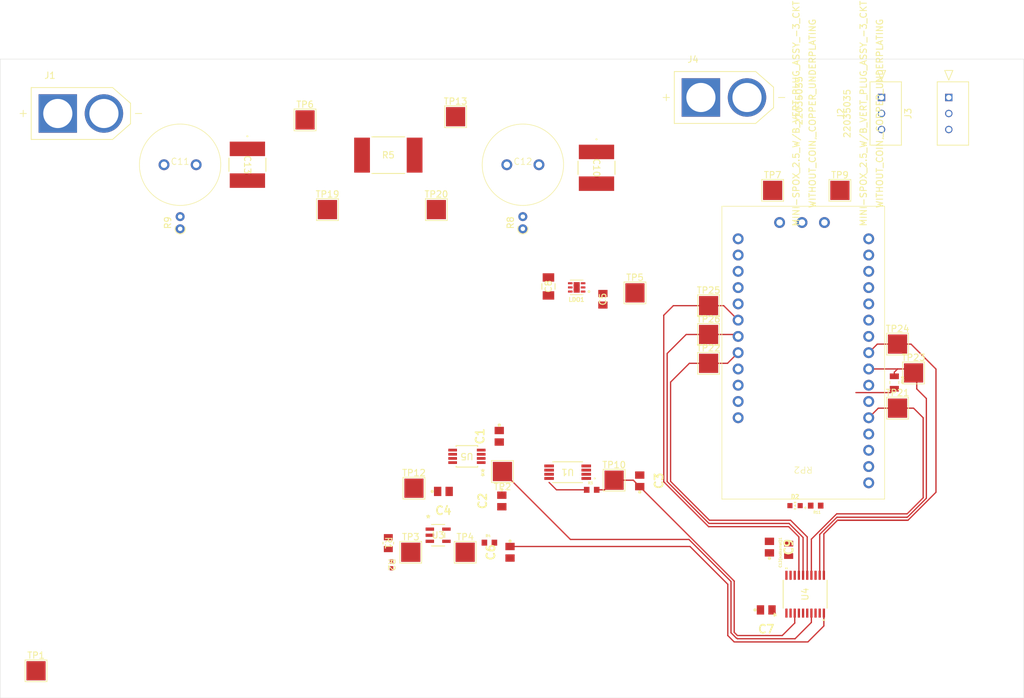
<source format=kicad_pcb>
(kicad_pcb (version 20240108) (generator "pcbnew") (generator_version "8.0")
  (layers (0 "F.Cu" signal) (31 "B.Cu" signal) (34 "B.Paste" user) (35 "F.Paste" user) (36 "B.SilkS" user "B.Silkscreen") (37 "F.SilkS" user "F.Silkscreen") (38 "B.Mask" user) (39 "F.Mask" user) (44 "Edge.Cuts" user))
  (net 0 "")
  (net 1 "+5V")
  (net 2 "GND")
  (net 3 "+1V65")
  (net 4 "/I_ADC")
  (net 5 "+3V3")
  (net 6 "/V_ADC")
  (net 7 "+48V")
  (net 8 "/SHUNT_OUT")
  (net 9 "Net-(U4-CAP)")
  (net 10 "/CAN_L")
  (net 11 "/CAN_H")
  (net 15 "Net-(U3-VIN+)")
  (net 16 "Net-(U1-OUT)")
  (net 17 "/OP_AMP")
  (net 18 "/CS")
  (net 19 "Net-(C11-Pad2)")
  (net 20 "Net-(C12-Pad2)")
  (net 21 "/MISO")
  (net 22 "/MOSI")
  (net 23 "/GPIO_RESET")
  (net 24 "/GPIO_CLKIN")
  (net 25 "/SCK")
  (net 35 "Net-(D2-Pad2)")
  (footprint "SMV_Connectors:AMASS_XT60-M" (layer "F.Cu") (at 134.4 37.5)
    (property "Reference" "J4" (at -4.825 -5.935 0) (layer "F.SilkS"))
    (property "Value" "XT60-M")
    (pad "N" thru_hole circle (at 3.6 0) (size 6 6) (drill 4.55) (layers "*.Cu" "*.Mask") (net 8 "/SHUNT_OUT"))
    (pad "P" thru_hole rect (at -3.6 0) (size 6 6) (drill 4.55) (layers "*.Cu" "*.Mask") (net 2 "GND"))
  )
  (footprint "SMV_Passives:Big_Chunky_Cap" (layer "F.Cu") (at 103.00825 48)
    (property "Reference" "C12" (at 0 -0.5 0) (layer "F.SilkS") (effects (font (thickness 0.1))))
    (property "Value" "470uF, 63V")
    (pad "3" thru_hole circle (at 2.50825 0) (size 1.7 1.7) (drill 1) (layers "*.Cu" "*.Mask"))
    (pad "4" thru_hole circle (at -2.50825 0) (size 1.7 1.7) (drill 1) (layers "*.Cu" "*.Mask"))
  )
  (footprint "SMV_Passives:CAP_C2220C_2S_KEM" (layer "F.Cu") (at 114.5 48.4765 -90)
    (property "Reference" "C10" (at 0 0 -90) (layer "F.SilkS"))
    (property "Value" "4.7uF, 100V")
    (pad "1" smd rect (at -2.4765 0 270) (size 2.2606 5.5118) (layers "F.Cu" "F.Paste" "F.Mask") (net 8 "/SHUNT_OUT"))
    (pad "2" smd rect (at 2.4765 0 270) (size 2.2606 5.5118) (layers "F.Cu" "F.Paste" "F.Mask") (net 2 "GND"))
  )
  (footprint "SMV_Passives:Cap0805" (layer "F.Cu") (at 90.6 99)
    (property "Reference" "C4" (at 0 3 0) (layer "F.SilkS") (effects (font (size 1.27 1.27) (thickness 0.254))))
    (property "Value" "1uF,50V" (hide yes))
    (pad "1" smd rect (at -0.9 0) (size 1.15 1.45) (layers "F.Cu" "F.Paste" "F.Mask") (net 5 "+3V3"))
    (pad "2" smd rect (at 0.9 0) (size 1.15 1.45) (layers "F.Cu" "F.Paste" "F.Mask") (net 2 "GND"))
  )
  (footprint "SMV_Connectors:RP2040" (layer "F.Cu") (at 146.586 79.88 180)
    (property "Reference" "RP2" (at -0.1905 -15.74 180) (layer "F.SilkS") (effects (font (thickness 0.1))))
    (property "Value" "~")
    (pad "1" thru_hole circle (at 9.9695 -7.62 180) (size 1.7 1.7) (drill 1) (layers "*.Cu" "*.Mask"))
    (pad "2" thru_hole circle (at 9.9695 -5.08 180) (size 1.7 1.7) (drill 1) (layers "*.Cu" "*.Mask") (net 1 "+5V"))
    (pad "3" thru_hole circle (at 9.9695 -2.54 180) (size 1.7 1.7) (drill 1) (layers "*.Cu" "*.Mask"))
    (pad "4" thru_hole circle (at 9.9695 0 180) (size 1.7 1.7) (drill 1) (layers "*.Cu" "*.Mask"))
    (pad "5" thru_hole circle (at 9.9695 2.54 180) (size 1.7 1.7) (drill 1) (layers "*.Cu" "*.Mask") (net 21 "/MISO"))
    (pad "6" thru_hole circle (at 9.9695 5.08 180) (size 1.7 1.7) (drill 1) (layers "*.Cu" "*.Mask") (net 22 "/MOSI"))
    (pad "7" thru_hole circle (at 9.9695 7.62 180) (size 1.7 1.7) (drill 1) (layers "*.Cu" "*.Mask") (net 24 "/GPIO_CLKIN"))
    (pad "8" thru_hole circle (at 9.9695 10.16 180) (size 1.7 1.7) (drill 1) (layers "*.Cu" "*.Mask"))
    (pad "9" thru_hole circle (at 9.9695 12.7 180) (size 1.7 1.7) (drill 1) (layers "*.Cu" "*.Mask"))
    (pad "10" thru_hole circle (at 9.9695 15.24 180) (size 1.7 1.7) (drill 1) (layers "*.Cu" "*.Mask"))
    (pad "11" thru_hole circle (at 9.9695 17.78 180) (size 1.7 1.7) (drill 1) (layers "*.Cu" "*.Mask"))
    (pad "12" thru_hole circle (at 9.9695 20.32 180) (size 1.7 1.7) (drill 1) (layers "*.Cu" "*.Mask"))
    (pad "13" thru_hole circle (at -10.414 20.32 180) (size 1.7 1.7) (drill 1) (layers "*.Cu" "*.Mask"))
    (pad "14" thru_hole circle (at -10.414 17.78 180) (size 1.7 1.7) (drill 1) (layers "*.Cu" "*.Mask"))
    (pad "15" thru_hole circle (at -10.414 15.24 180) (size 1.7 1.7) (drill 1) (layers "*.Cu" "*.Mask"))
    (pad "16" thru_hole circle (at -10.414 12.7 180) (size 1.7 1.7) (drill 1) (layers "*.Cu" "*.Mask"))
    (pad "17" thru_hole circle (at -10.414 10.16 180) (size 1.7 1.7) (drill 1) (layers "*.Cu" "*.Mask"))
    (pad "18" thru_hole circle (at -10.414 7.62 180) (size 1.7 1.7) (drill 1) (layers "*.Cu" "*.Mask"))
    (pad "19" thru_hole circle (at -10.414 5.08 180) (size 1.7 1.7) (drill 1) (layers "*.Cu" "*.Mask"))
    (pad "20" thru_hole circle (at -10.414 2.54 180) (size 1.7 1.7) (drill 1) (layers "*.Cu" "*.Mask") (net 23 "/GPIO_RESET"))
    (pad "21" thru_hole circle (at -10.414 0 180) (size 1.7 1.7) (drill 1) (layers "*.Cu" "*.Mask") (net 18 "/CS"))
    (pad "22" thru_hole circle (at -10.414 -2.54 180) (size 1.7 1.7) (drill 1) (layers "*.Cu" "*.Mask"))
    (pad "23" thru_hole circle (at -10.414 -5.08 180) (size 1.7 1.7) (drill 1) (layers "*.Cu" "*.Mask"))
    (pad "24" thru_hole circle (at -10.414 -7.62 180) (size 1.7 1.7) (drill 1) (layers "*.Cu" "*.Mask") (net 25 "/SCK"))
    (pad "25" thru_hole circle (at -10.414 -10.16 180) (size 1.7 1.7) (drill 1) (layers "*.Cu" "*.Mask") (net 2 "GND"))
    (pad "26" thru_hole circle (at -10.414 -12.7 180) (size 1.7 1.7) (drill 1) (layers "*.Cu" "*.Mask") (net 5 "+3V3"))
    (pad "27" thru_hole circle (at -10.414 -15.24 180) (size 1.7 1.7) (drill 1) (layers "*.Cu" "*.Mask") (net 5 "+3V3"))
    (pad "28" thru_hole circle (at -10.414 -17.78 180) (size 1.7 1.7) (drill 1) (layers "*.Cu" "*.Mask"))
    (pad "29" thru_hole circle (at 3.5 22.86 180) (size 1.7 1.7) (drill 1) (layers "*.Cu" "*.Mask") (net 10 "/CAN_L"))
    (pad "30" thru_hole circle (at 0 22.86 180) (size 1.7 1.7) (drill 1) (layers "*.Cu" "*.Mask") (net 2 "GND"))
    (pad "31" thru_hole circle (at -3.5 22.86 180) (size 1.7 1.7) (drill 1) (layers "*.Cu" "*.Mask") (net 11 "/CAN_H"))
  )
  (footprint "TestPoint:TestPoint_Pad_3.0x3.0mm" (layer "F.Cu") (at 89.5 55)
    (property "Reference" "TP20" (at 0 -2.398 0) (layer "F.SilkS"))
    (property "Value" "TestPoint")
    (pad "1" smd rect (at 0 0) (size 3 3) (layers "F.Cu" "F.Mask") (net 8 "/SHUNT_OUT"))
  )
  (footprint "TestPoint:TestPoint_Pad_3.0x3.0mm" (layer "F.Cu") (at 117.25 97.25)
    (property "Reference" "TP10" (at 0 -2.398 0) (layer "F.SilkS"))
    (property "Value" "TestPoint")
    (pad "1" smd rect (at 0 0) (size 3 3) (layers "F.Cu" "F.Mask") (net 4 "/I_ADC"))
  )
  (footprint "SMV_Passives:WL-SMCW_0603(diode)" (layer "F.Cu") (at 145.5 101.22)
    (property "Reference" "D2" (at 0 -1.4064 0) (layer "F.SilkS") (effects (font (size 0.64 0.64))))
    (property "Value" "WL-SMCW_0603")
    (fp_text user "+" (at 1.6 0.3 0) (layer "F.SilkS") (effects (font (size 0.48 0.48))))
    (pad "1" smd rect (at -0.8 0) (size 0.8 0.8) (layers "F.Cu" "F.Paste" "F.Mask") (net 2 "GND"))
    (pad "2" smd rect (at 0.8 0) (size 0.8 0.8) (layers "F.Cu" "F.Paste" "F.Mask") (net 35 "Net-(D2-Pad2)"))
  )
  (footprint "SMV_Passives:RESC1608X55N" (layer "F.Cu") (at 97.78 107)
    (property "Reference" "R4" (at -0.21 -1.05 0) (layer "F.SilkS") (effects (font (size 0.393701 0.393701))))
    (property "Value" "49.9ohm, 0.1W")
    (pad "1" smd rect (at -0.78 0) (size 0.87 0.93) (layers "F.Cu" "F.Paste" "F.Mask") (net 17 "/OP_AMP"))
    (pad "2" smd rect (at 0.78 0) (size 0.87 0.93) (layers "F.Cu" "F.Paste" "F.Mask") (net 6 "/V_ADC"))
  )
  (footprint "SMV_Passives:RES_TNPW0805_VIS" (layer "F.Cu") (at 82 107.0729 -90)
    (property "Reference" "R1" (at 0 0 -90) (layer "F.SilkS"))
    (property "Value" "604 kOHM, 0.26 W")
    (pad "1" smd rect (at -0.9271 0 270) (size 0.9652 1.397) (layers "F.Cu" "F.Paste" "F.Mask") (net 7 "+48V"))
    (pad "2" smd rect (at 0.9271 0 270) (size 0.9652 1.397) (layers "F.Cu" "F.Paste" "F.Mask") (net 15 "Net-(U3-VIN+)"))
  )
  (footprint "TestPoint:TestPoint_Pad_3.0x3.0mm" (layer "F.Cu") (at 132 79)
    (property "Reference" "TP22" (at 0 -2.398 0) (layer "F.SilkS"))
    (property "Value" "TestPoint")
    (pad "1" smd rect (at 0 0) (size 3 3) (layers "F.Cu" "F.Mask") (net 21 "/MISO"))
  )
  (footprint "SMV_Passives:RES_PU3921_.5mOHM_YAG" (layer "F.Cu") (at 82 46.5)
    (property "Reference" "R5" (at 0 0 0) (layer "F.SilkS"))
    (property "Value" "0.0005ohm, 3W")
    (pad "1" smd rect (at -4.1021 0) (size 2.4638 5.461) (layers "F.Cu" "F.Paste" "F.Mask") (net 7 "+48V"))
    (pad "2" smd rect (at 4.1021 0) (size 2.4638 5.461) (layers "F.Cu" "F.Paste" "F.Mask") (net 8 "/SHUNT_OUT"))
  )
  (footprint "SMV_Passives:0805RESC2012X60N" (layer "F.Cu") (at 144.500002 108.1245 90)
    (property "Reference" "C12(notkemet)1" (at -0.41 -1.3 90) (layer "F.SilkS") (effects (font (size 0.393701 0.393701))))
    (property "Value" "220nF, 6.3V")
    (pad "1" smd rect (at -0.97 0 90) (size 0.89 1.42) (layers "F.Cu" "F.Paste" "F.Mask") (net 9 "Net-(U4-CAP)"))
    (pad "2" smd rect (at 0.97 0 90) (size 0.89 1.42) (layers "F.Cu" "F.Paste" "F.Mask") (net 2 "GND"))
  )
  (footprint "TestPoint:TestPoint_Pad_3.0x3.0mm" (layer "F.Cu") (at 94 108.5)
    (property "Reference" "TP4" (at 0 -2.398 0) (layer "F.SilkS"))
    (property "Value" "TestPoint")
    (pad "1" smd rect (at 0 0) (size 3 3) (layers "F.Cu" "F.Mask") (net 17 "/OP_AMP"))
  )
  (footprint "Resistor_THT:R_Axial_DIN0204_L3.6mm_D1.6mm_P1.90mm_Vertical" (layer "F.Cu") (at 49.5 58 90)
    (property "Reference" "R9" (at 0.95 -1.92 90) (layer "F.SilkS"))
    (property "Value" "R_US")
    (pad "1" thru_hole circle (at 0 0 90) (size 1.4 1.4) (drill 0.7) (layers "*.Cu" "*.Mask") (net 2 "GND"))
    (pad "2" thru_hole oval (at 1.9 0 90) (size 1.4 1.4) (drill 0.7) (layers "*.Cu" "*.Mask") (net 20 "Net-(C12-Pad2)"))
  )
  (footprint "SMV_Passives:Big_Chunky_Cap" (layer "F.Cu") (at 49.49175 48)
    (property "Reference" "C11" (at 0 -0.5 0) (layer "F.SilkS") (effects (font (thickness 0.1))))
    (property "Value" "470uF, 63V")
    (pad "3" thru_hole circle (at 2.50825 0) (size 1.7 1.7) (drill 1) (layers "*.Cu" "*.Mask"))
    (pad "4" thru_hole circle (at -2.50825 0) (size 1.7 1.7) (drill 1) (layers "*.Cu" "*.Mask"))
  )
  (footprint "Resistor_THT:R_Axial_DIN0204_L3.6mm_D1.6mm_P1.90mm_Vertical" (layer "F.Cu") (at 103 58 90)
    (property "Reference" "R8" (at 0.95 -1.92 90) (layer "F.SilkS"))
    (property "Value" "R_US")
    (pad "1" thru_hole circle (at 0 0 90) (size 1.4 1.4) (drill 0.7) (layers "*.Cu" "*.Mask") (net 2 "GND"))
    (pad "2" thru_hole oval (at 1.9 0 90) (size 1.4 1.4) (drill 0.7) (layers "*.Cu" "*.Mask") (net 19 "Net-(C11-Pad2)"))
  )
  (footprint "SMV_Connectors:3pin_CON_22035035_MOL" (layer "F.Cu") (at 169.5 37.5 90)
    (property "Reference" "J3" (at -2.49999 -6.35 90) (layer "F.SilkS"))
    (property "Value" "22035035")
    (fp_text user "22035035" (at -2.49999 -15.860001 90) (layer "F.SilkS"))
    (fp_text user "WITHOUT_COIN,_COPPER_UNDERPLATING" (at -2.49999 -10.780001 90) (layer "F.SilkS"))
    (fp_text user "MINI-SPOX_2.5_W/B_VERT_PLUG_ASSY_-3_CKT" (at -2.49999 -13.320001 90) (layer "F.SilkS"))
    (pad "1" thru_hole rect (at 0 0 90) (size 1.15 1.15) (drill 0.8) (layers "*.Cu" "*.Mask") (net 11 "/CAN_H"))
    (pad "2" thru_hole circle (at -2.5 0 90) (size 1.15 1.15) (drill 0.8) (layers "*.Cu" "*.Mask") (net 2 "GND"))
    (pad "3" thru_hole circle (at -5 0 90) (size 1.15 1.15) (drill 0.8) (layers "*.Cu" "*.Mask") (net 10 "/CAN_L"))
  )
  (footprint "TestPoint:TestPoint_Pad_3.0x3.0mm" (layer "F.Cu") (at 69 41)
    (property "Reference" "TP6" (at 0 -2.398 0) (layer "F.SilkS"))
    (property "Value" "TestPoint")
    (pad "1" smd rect (at 0 0) (size 3 3) (layers "F.Cu" "F.Mask") (net 7 "+48V"))
  )
  (footprint "SMV_Connectors:3pin_CON_22035035_MOL" (layer "F.Cu") (at 159 37.5 90)
    (property "Reference" "J2" (at -2.49999 -6.35 90) (layer "F.SilkS"))
    (property "Value" "22035035")
    (fp_text user "22035035" (at -0.49999 -12.860001 90) (layer "F.SilkS"))
    (fp_text user "MINI-SPOX_2.5_W/B_VERT_PLUG_ASSY_-3_CKT" (at -2.49999 -13.320001 90) (layer "F.SilkS"))
    (fp_text user "WITHOUT_COIN,_COPPER_UNDERPLATING" (at -2.49999 -10.780001 90) (layer "F.SilkS"))
    (pad "1" thru_hole rect (at 0 0 90) (size 1.15 1.15) (drill 0.8) (layers "*.Cu" "*.Mask") (net 11 "/CAN_H"))
    (pad "2" thru_hole circle (at -2.5 0 90) (size 1.15 1.15) (drill 0.8) (layers "*.Cu" "*.Mask") (net 2 "GND"))
    (pad "3" thru_hole circle (at -5 0 90) (size 1.15 1.15) (drill 0.8) (layers "*.Cu" "*.Mask") (net 10 "/CAN_L"))
  )
  (footprint "SMV_Passives:Cap0805" (layer "F.Cu") (at 101 108.5 -90)
    (property "Reference" "C6" (at 0 3 90) (layer "F.SilkS") (effects (font (size 1.27 1.27) (thickness 0.254))))
    (property "Value" "4.7uF,16V" (hide yes))
    (pad "1" smd rect (at -0.9 0 270) (size 1.15 1.45) (layers "F.Cu" "F.Paste" "F.Mask") (net 6 "/V_ADC"))
    (pad "2" smd rect (at 0.9 0 270) (size 1.15 1.45) (layers "F.Cu" "F.Paste" "F.Mask") (net 2 "GND"))
  )
  (footprint "TestPoint:TestPoint_Pad_3.0x3.0mm" (layer "F.Cu") (at 99.8188 95.890002 180)
    (property "Reference" "TP2" (at 0 -2.398 0) (layer "F.SilkS"))
    (property "Value" "TestPoint")
    (pad "1" smd rect (at 0 0 180) (size 3 3) (layers "F.Cu" "F.Mask") (net 3 "+1V65"))
  )
  (footprint "SMV_ICs:MSOP-8_MS_LIT" (layer "F.Cu") (at 94.27115 93.525001 180)
    (property "Reference" "U5" (at 0 0 180) (layer "F.SilkS"))
    (property "Value" "LTC1258CMS8-5-PBF")
    (fp_text user "*" (at -2.48285 -2.5498 180) (layer "F.SilkS"))
    (fp_text user "*" (at -2.48285 -2.5498 0) (layer "F.SilkS"))
    (pad "1" smd rect (at -2.22885 -0.974999 180) (size 1.3589 0.4318) (layers "F.Cu" "F.Paste" "F.Mask") (net 3 "+1V65"))
    (pad "2" smd rect (at -2.22885 -0.325001 180) (size 1.3589 0.4318) (layers "F.Cu" "F.Paste" "F.Mask") (net 1 "+5V"))
    (pad "3" smd rect (at -2.22885 0.325001 180) (size 1.3589 0.4318) (layers "F.Cu" "F.Paste" "F.Mask"))
    (pad "4" smd rect (at -2.22885 0.974999 180) (size 1.3589 0.4318) (layers "F.Cu" "F.Paste" "F.Mask") (net 2 "GND"))
    (pad "5" smd rect (at 2.22885 0.974999 180) (size 1.3589 0.4318) (layers "F.Cu" "F.Paste" "F.Mask"))
    (pad "6" smd rect (at 2.22885 0.325001 180) (size 1.3589 0.4318) (layers "F.Cu" "F.Paste" "F.Mask"))
    (pad "7" smd rect (at 2.22885 -0.325001 180) (size 1.3589 0.4318) (layers "F.Cu" "F.Paste" "F.Mask"))
    (pad "8" smd rect (at 2.22885 -0.974999 180) (size 1.3589 0.4318) (layers "F.Cu" "F.Paste" "F.Mask"))
  )
  (footprint "SMV_Passives:0805RESC2012X60N" (layer "F.Cu") (at 161 82 -90)
    (property "Reference" "R10" (at -0.41 -1.3 90) (layer "F.SilkS") (effects (font (size 0.393701 0.393701))))
    (property "Value" "10kohms, 0.125W")
    (pad "1" smd rect (at -0.97 0 270) (size 0.89 1.42) (layers "F.Cu" "F.Paste" "F.Mask") (net 18 "/CS"))
    (pad "2" smd rect (at 0.97 0 270) (size 0.89 1.42) (layers "F.Cu" "F.Paste" "F.Mask") (net 5 "+3V3"))
  )
  (footprint "TestPoint:TestPoint_Pad_3.0x3.0mm" (layer "F.Cu") (at 120.5 68)
    (property "Reference" "TP5" (at 0 -2.398 0) (layer "F.SilkS"))
    (property "Value" "TestPoint")
    (pad "1" smd rect (at 0 0) (size 3 3) (layers "F.Cu" "F.Mask") (net 1 "+5V"))
  )
  (footprint "TestPoint:TestPoint_Pad_3.0x3.0mm" (layer "F.Cu") (at 161.5 86)
    (property "Reference" "TP21" (at 0 -2.398 0) (layer "F.SilkS"))
    (property "Value" "TestPoint")
    (pad "1" smd rect (at 0 0) (size 3 3) (layers "F.Cu" "F.Mask") (net 25 "/SCK"))
  )
  (footprint "SMV_Passives:CAP_8PACTU" (layer "F.Cu") (at 115.5 69 90)
    (property "Reference" "C5" (at 0 0 90) (layer "F.SilkS"))
    (property "Value" "10uF, 10V")
    (pad "1" smd rect (at -0.9017 0 90) (size 1.1176 1.4478) (layers "F.Cu" "F.Paste" "F.Mask") (net 2 "GND"))
    (pad "2" smd rect (at 0.9017 0 90) (size 1.1176 1.4478) (layers "F.Cu" "F.Paste" "F.Mask") (net 1 "+5V"))
  )
  (footprint "SMV_Passives:Cap0805" (layer "F.Cu") (at 141 117.5)
    (property "Reference" "C7" (at 0 3 0) (layer "F.SilkS") (effects (font (size 1.27 1.27) (thickness 0.254))))
    (property "Value" "1uF,16V" (hide yes))
    (pad "1" smd rect (at -0.9 0) (size 1.15 1.45) (layers "F.Cu" "F.Paste" "F.Mask") (net 2 "GND"))
    (pad "2" smd rect (at 0.9 0) (size 1.15 1.45) (layers "F.Cu" "F.Paste" "F.Mask") (net 5 "+3V3"))
  )
  (footprint "SMV_ICs:TSSOP20_PW_TEX" (layer "F.Cu") (at 147.075002 115.04725 90)
    (property "Reference" "U4" (at 0 0 90) (layer "F.SilkS"))
    (property "Value" "PADS131M04QPWRQ1")
    (fp_text user "*" (at -3.20675 -4.423601 90) (layer "F.SilkS"))
    (fp_text user "*" (at -3.20675 -4.423601 90) (layer "F.SilkS"))
    (pad "1" smd rect (at -2.95275 -2.925 90) (size 1.4097 0.3556) (layers "F.Cu" "F.Paste" "F.Mask") (net 5 "+3V3"))
    (pad "2" smd rect (at -2.95275 -2.274999 90) (size 1.4097 0.3556) (layers "F.Cu" "F.Paste" "F.Mask") (net 2 "GND"))
    (pad "3" smd rect (at -2.95275 -1.625001 90) (size 1.4097 0.3556) (layers "F.Cu" "F.Paste" "F.Mask") (net 4 "/I_ADC"))
    (pad "4" smd rect (at -2.95275 -0.974999 90) (size 1.4097 0.3556) (layers "F.Cu" "F.Paste" "F.Mask") (net 2 "GND"))
    (pad "5" smd rect (at -2.95275 -0.325001 90) (size 1.4097 0.3556) (layers "F.Cu" "F.Paste" "F.Mask"))
    (pad "6" smd rect (at -2.95275 0.324998 90) (size 1.4097 0.3556) (layers "F.Cu" "F.Paste" "F.Mask"))
    (pad "7" smd rect (at -2.95275 0.974999 90) (size 1.4097 0.3556) (layers "F.Cu" "F.Paste" "F.Mask") (net 3 "+1V65"))
    (pad "8" smd rect (at -2.95275 1.624998 90) (size 1.4097 0.3556) (layers "F.Cu" "F.Paste" "F.Mask") (net 2 "GND"))
    (pad "9" smd rect (at -2.95275 2.274999 90) (size 1.4097 0.3556) (layers "F.Cu" "F.Paste" "F.Mask") (net 2 "GND"))
    (pad "10" smd rect (at -2.95275 2.924998 90) (size 1.4097 0.3556) (layers "F.Cu" "F.Paste" "F.Mask") (net 6 "/V_ADC"))
    (pad "11" smd rect (at 2.95275 2.925 90) (size 1.4097 0.3556) (layers "F.Cu" "F.Paste" "F.Mask") (net 23 "/GPIO_RESET"))
    (pad "12" smd rect (at 2.95275 2.275002 90) (size 1.4097 0.3556) (layers "F.Cu" "F.Paste" "F.Mask") (net 18 "/CS"))
    (pad "13" smd rect (at 2.95275 1.625001 90) (size 1.4097 0.3556) (layers "F.Cu" "F.Paste" "F.Mask"))
    (pad "14" smd rect (at 2.95275 0.975002 90) (size 1.4097 0.3556) (layers "F.Cu" "F.Paste" "F.Mask") (net 25 "/SCK"))
    (pad "15" smd rect (at 2.95275 0.325001 90) (size 1.4097 0.3556) (layers "F.Cu" "F.Paste" "F.Mask") (net 21 "/MISO"))
    (pad "16" smd rect (at 2.95275 -0.324998 90) (size 1.4097 0.3556) (layers "F.Cu" "F.Paste" "F.Mask") (net 22 "/MOSI"))
    (pad "17" smd rect (at 2.95275 -0.974999 90) (size 1.4097 0.3556) (layers "F.Cu" "F.Paste" "F.Mask") (net 24 "/GPIO_CLKIN"))
    (pad "18" smd rect (at 2.95275 -1.624998 90) (size 1.4097 0.3556) (layers "F.Cu" "F.Paste" "F.Mask") (net 9 "Net-(U4-CAP)"))
    (pad "19" smd rect (at 2.95275 -2.274999 90) (size 1.4097 0.3556) (layers "F.Cu" "F.Paste" "F.Mask") (net 2 "GND"))
    (pad "20" smd rect (at 2.95275 -2.924998 90) (size 1.4097 0.3556) (layers "F.Cu" "F.Paste" "F.Mask") (net 5 "+3V3"))
  )
  (footprint "SMV_ICs:PW0008A_N_TEX" (layer "F.Cu") (at 110 96 180)
    (property "Reference" "U1" (at 0 0 180) (layer "F.SilkS"))
    (property "Value" "INA240A1PWR")
    (pad "1" smd rect (at -2.899999 -0.974999 180) (size 1.4986 0.4572) (layers "F.Cu" "F.Paste" "F.Mask"))
    (pad "2" smd rect (at -2.899999 -0.325001 180) (size 1.4986 0.4572) (layers "F.Cu" "F.Paste" "F.Mask") (net 7 "+48V"))
    (pad "3" smd rect (at -2.899999 0.325001 180) (size 1.4986 0.4572) (layers "F.Cu" "F.Paste" "F.Mask") (net 8 "/SHUNT_OUT"))
    (pad "4" smd rect (at -2.899999 0.974999 180) (size 1.4986 0.4572) (layers "F.Cu" "F.Paste" "F.Mask") (net 2 "GND"))
    (pad "5" smd rect (at 2.899999 0.974999 180) (size 1.4986 0.4572) (layers "F.Cu" "F.Paste" "F.Mask") (net 5 "+3V3"))
    (pad "6" smd rect (at 2.899999 0.325001 180) (size 1.4986 0.4572) (layers "F.Cu" "F.Paste" "F.Mask") (net 3 "+1V65"))
    (pad "7" smd rect (at 2.899999 -0.325001 180) (size 1.4986 0.4572) (layers "F.Cu" "F.Paste" "F.Mask") (net 3 "+1V65"))
    (pad "8" smd rect (at 2.899999 -0.974999 180) (size 1.4986 0.4572) (layers "F.Cu" "F.Paste" "F.Mask") (net 16 "Net-(U1-OUT)"))
  )
  (footprint "TestPoint:TestPoint_Pad_3.0x3.0mm" (layer "F.Cu") (at 164 80.5)
    (property "Reference" "TP23" (at 0 -2.398 0) (layer "F.SilkS"))
    (property "Value" "TestPoint")
    (pad "1" smd rect (at 0 0) (size 3 3) (layers "F.Cu" "F.Mask") (net 18 "/CS"))
  )
  (footprint "TestPoint:TestPoint_Pad_3.0x3.0mm" (layer "F.Cu") (at 152.5 52)
    (property "Reference" "TP9" (at 0 -2.398 0) (layer "F.SilkS"))
    (property "Value" "TestPoint")
    (pad "1" smd rect (at 0 0) (size 3 3) (layers "F.Cu" "F.Mask") (net 11 "/CAN_H"))
  )
  (footprint "TestPoint:TestPoint_Pad_3.0x3.0mm" (layer "F.Cu") (at 92.5 40.5)
    (property "Reference" "TP13" (at 0 -2.398 0) (layer "F.SilkS"))
    (property "Value" "TestPoint")
    (pad "1" smd rect (at 0 0) (size 3 3) (layers "F.Cu" "F.Mask") (net 8 "/SHUNT_OUT"))
  )
  (footprint "TestPoint:TestPoint_Pad_3.0x3.0mm" (layer "F.Cu") (at 85.5 108.5)
    (property "Reference" "TP3" (at 0 -2.398 0) (layer "F.SilkS"))
    (property "Value" "TestPoint")
    (pad "1" smd rect (at 0 0) (size 3 3) (layers "F.Cu" "F.Mask") (net 15 "Net-(U3-VIN+)"))
  )
  (footprint "SMV_Passives:RESC1608X55N" (layer "F.Cu") (at 113.75 98.75)
    (property "Reference" "R3" (at -0.21 -1.05 0) (layer "F.SilkS") (effects (font (size 0.393701 0.393701))))
    (property "Value" "49.9ohm, 0.1W")
    (pad "1" smd rect (at -0.78 0) (size 0.87 0.93) (layers "F.Cu" "F.Paste" "F.Mask") (net 16 "Net-(U1-OUT)"))
    (pad "2" smd rect (at 0.78 0) (size 0.87 0.93) (layers "F.Cu" "F.Paste" "F.Mask") (net 4 "/I_ADC"))
  )
  (footprint "TestPoint:TestPoint_Pad_3.0x3.0mm" (layer "F.Cu") (at 161.5 76)
    (property "Reference" "TP24" (at 0 -2.398 0) (layer "F.SilkS"))
    (property "Value" "TestPoint")
    (pad "1" smd rect (at 0 0) (size 3 3) (layers "F.Cu" "F.Mask") (net 23 "/GPIO_RESET"))
  )
  (footprint "TestPoint:TestPoint_Pad_3.0x3.0mm" (layer "F.Cu") (at 27 127)
    (property "Reference" "TP1" (at 0 -2.398 0) (layer "F.SilkS"))
    (property "Value" "TestPoint")
    (pad "1" smd rect (at 0 0) (size 3 3) (layers "F.Cu" "F.Mask") (net 2 "GND"))
  )
  (footprint "SMV_ICs:SOT-23-5_MC_MCH" (layer "F.Cu") (at 89.7765 105.84)
    (property "Reference" "U3" (at 0 0 0) (layer "F.SilkS"))
    (property "Value" "MCP6286T-E/OT")
    (fp_text user "*" (at -1.549201 -2.601 0) (layer "F.SilkS"))
    (fp_text user "*" (at -1.549201 -2.601 0) (layer "F.SilkS"))
    (pad "1" smd rect (at -1.295199 -0.950001) (size 1.3208 0.508) (layers "F.Cu" "F.Paste" "F.Mask") (net 17 "/OP_AMP"))
    (pad "2" smd rect (at -1.295199 0) (size 1.3208 0.508) (layers "F.Cu" "F.Paste" "F.Mask") (net 5 "+3V3"))
    (pad "3" smd rect (at -1.295199 0.950001) (size 1.3208 0.508) (layers "F.Cu" "F.Paste" "F.Mask") (net 15 "Net-(U3-VIN+)"))
    (pad "4" smd rect (at 1.295199 0.950001) (size 1.3208 0.508) (layers "F.Cu" "F.Paste" "F.Mask") (net 17 "/OP_AMP"))
    (pad "5" smd rect (at 1.295199 -0.950001) (size 1.3208 0.508) (layers "F.Cu" "F.Paste" "F.Mask") (net 2 "GND"))
  )
  (footprint "SMV_Passives:Cap0805" (layer "F.Cu") (at 99.3188 90.390002 -90)
    (property "Reference" "C1" (at 0 3 90) (layer "F.SilkS") (effects (font (size 1.27 1.27) (thickness 0.254))))
    (property "Value" "0.1uF,50V" (hide yes))
    (pad "1" smd rect (at -0.9 0 270) (size 1.15 1.45) (layers "F.Cu" "F.Paste" "F.Mask") (net 1 "+5V"))
    (pad "2" smd rect (at 0.9 0 270) (size 1.15 1.45) (layers "F.Cu" "F.Paste" "F.Mask") (net 2 "GND"))
  )
  (footprint "TestPoint:TestPoint_Pad_3.0x3.0mm" (layer "F.Cu") (at 72.5 55)
    (property "Reference" "TP19" (at 0 -2.398 0) (layer "F.SilkS"))
    (property "Value" "TestPoint")
    (pad "1" smd rect (at 0 0) (size 3 3) (layers "F.Cu" "F.Mask") (net 7 "+48V"))
  )
  (footprint "SMV_Connectors:AMASS_XT60-M" (layer "F.Cu") (at 34 40)
    (property "Reference" "J1" (at -4.825 -5.935 0) (layer "F.SilkS"))
    (property "Value" "XT60-M")
    (pad "N" thru_hole circle (at 3.6 0) (size 6 6) (drill 4.55) (layers "*.Cu" "*.Mask") (net 2 "GND"))
    (pad "P" thru_hole rect (at -3.6 0) (size 6 6) (drill 4.55) (layers "*.Cu" "*.Mask") (net 7 "+48V"))
  )
  (footprint "TestPoint:TestPoint_Pad_3.0x3.0mm" (layer "F.Cu") (at 132 70)
    (property "Reference" "TP25" (at 0 -2.398 0) (layer "F.SilkS"))
    (property "Value" "TestPoint")
    (pad "1" smd rect (at 0 0) (size 3 3) (layers "F.Cu" "F.Mask") (net 24 "/GPIO_CLKIN"))
  )
  (footprint "SMV_ICs:U-DFN2020-6 (Type C)" (layer "F.Cu") (at 111.4055 67.150002 180)
    (property "Reference" "LDO1" (at 0.032 -1.9064 0) (layer "F.SilkS") (effects (font (size 0.64 0.64))))
    (property "Value" "~")
    (pad "1" smd roundrect (at -1 -0.65 180) (size 0.72 0.32) (layers "F.Cu" "F.Paste" "F.Mask") (roundrect_rratio 0.125) (net 1 "+5V"))
    (pad "2" smd roundrect (at -1 0 180) (size 0.72 0.32) (layers "F.Cu" "F.Paste" "F.Mask") (roundrect_rratio 0.125))
    (pad "3" smd roundrect (at -1 0.65 180) (size 0.72 0.32) (layers "F.Cu" "F.Paste" "F.Mask") (roundrect_rratio 0.125))
    (pad "4" smd roundrect (at 1 0.65 180) (size 0.72 0.32) (layers "F.Cu" "F.Paste" "F.Mask") (roundrect_rratio 0.125) (net 2 "GND"))
    (pad "5" smd roundrect (at 1 0 180) (size 0.72 0.32) (layers "F.Cu" "F.Paste" "F.Mask") (roundrect_rratio 0.125))
    (pad "6" smd roundrect (at 1 -0.65 180) (size 0.72 0.32) (layers "F.Cu" "F.Paste" "F.Mask") (roundrect_rratio 0.125) (net 7 "+48V"))
    (pad "7" smd rect (at 0 0 180) (size 0.96 1.65) (layers "F.Cu" "F.Mask"))
  )
  (footprint "TestPoint:TestPoint_Pad_3.0x3.0mm" (layer "F.Cu") (at 132 74.5)
    (property "Reference" "TP26" (at 0 -2.398 0) (layer "F.SilkS"))
    (property "Value" "TestPoint")
    (pad "1" smd rect (at 0 0) (size 3 3) (layers "F.Cu" "F.Mask") (net 22 "/MOSI"))
  )
  (footprint "SMV_Passives:Cap0805" (layer "F.Cu") (at 141.500002 107.6945 90)
    (property "Reference" "C9" (at 0 3 90) (layer "F.SilkS") (effects (font (size 1.27 1.27) (thickness 0.254))))
    (property "Value" "1uF,16V" (hide yes))
    (pad "1" smd rect (at -0.9 0 90) (size 1.15 1.45) (layers "F.Cu" "F.Paste" "F.Mask") (net 5 "+3V3"))
    (pad "2" smd rect (at 0.9 0 90) (size 1.15 1.45) (layers "F.Cu" "F.Paste" "F.Mask") (net 2 "GND"))
  )
  (footprint "SMV_Passives:Cap0805" (layer "F.Cu") (at 121.25 97.35 90)
    (property "Reference" "C3" (at 0 3 90) (layer "F.SilkS") (effects (font (size 1.27 1.27) (thickness 0.254))))
    (property "Value" "4.7uF,16V" (hide yes))
    (pad "1" smd rect (at -0.9 0 90) (size 1.15 1.45) (layers "F.Cu" "F.Paste" "F.Mask") (net 4 "/I_ADC"))
    (pad "2" smd rect (at 0.9 0 90) (size 1.15 1.45) (layers "F.Cu" "F.Paste" "F.Mask") (net 2 "GND"))
  )
  (footprint "SMV_Passives:CAPC340180_180N_KEM" (layer "F.Cu") (at 107 67 90)
    (property "Reference" "C8" (at 0 0 90) (layer "F.SilkS"))
    (property "Value" "1uF, 100V")
    (pad "1" smd rect (at -1.402798 0 90) (size 1.305598 1.799996) (layers "F.Cu" "F.Paste" "F.Mask") (net 7 "+48V"))
    (pad "2" smd rect (at 1.402798 0 90) (size 1.305598 1.799996) (layers "F.Cu" "F.Paste" "F.Mask") (net 2 "GND"))
  )
  (footprint "TestPoint:TestPoint_Pad_3.0x3.0mm" (layer "F.Cu") (at 142 52)
    (property "Reference" "TP7" (at 0 -2.398 0) (layer "F.SilkS"))
    (property "Value" "TestPoint")
    (pad "1" smd rect (at 0 0) (size 3 3) (layers "F.Cu" "F.Mask") (net 10 "/CAN_L"))
  )
  (footprint "SMV_Passives:RES_TNPW0402_VIS" (layer "F.Cu") (at 82.5 110.4539 -90)
    (property "Reference" "R2" (at 0 0 -90) (layer "F.SilkS"))
    (property "Value" "26.1kohms, 0.13W")
    (pad "1" smd rect (at -0.5461 0 270) (size 0.6604 0.5588) (layers "F.Cu" "F.Paste" "F.Mask") (net 15 "Net-(U3-VIN+)"))
    (pad "2" smd rect (at 0.5461 0 270) (size 0.6604 0.5588) (layers "F.Cu" "F.Paste" "F.Mask") (net 2 "GND"))
  )
  (footprint "SMV_Passives:RESC1608X55N" (layer "F.Cu") (at 148.72 101.22 180)
    (property "Reference" "R11" (at -0.21 -1.05 0) (layer "F.SilkS") (effects (font (size 0.393701 0.393701))))
    (property "Value" "150ohm, 0.1W")
    (pad "1" smd rect (at -0.78 0 180) (size 0.87 0.93) (layers "F.Cu" "F.Paste" "F.Mask") (net 5 "+3V3"))
    (pad "2" smd rect (at 0.78 0 180) (size 0.87 0.93) (layers "F.Cu" "F.Paste" "F.Mask") (net 35 "Net-(D2-Pad2)"))
  )
  (footprint "SMV_Passives:CAP_C2220C_2S_KEM" (layer "F.Cu") (at 60 48 -90)
    (property "Reference" "C13" (at 0 0 -90) (layer "F.SilkS"))
    (property "Value" "4.7uF, 100V")
    (pad "1" smd rect (at -2.4765 0 270) (size 2.2606 5.5118) (layers "F.Cu" "F.Paste" "F.Mask") (net 7 "+48V"))
    (pad "2" smd rect (at 2.4765 0 270) (size 2.2606 5.5118) (layers "F.Cu" "F.Paste" "F.Mask") (net 2 "GND"))
  )
  (footprint "SMV_Passives:Cap0805" (layer "F.Cu") (at 99.7188 100.490002 -90)
    (property "Reference" "C2" (at 0 3 90) (layer "F.SilkS") (effects (font (size 1.27 1.27) (thickness 0.254))))
    (property "Value" "0.1uF,50V" (hide yes))
    (pad "1" smd rect (at -0.9 0 270) (size 1.15 1.45) (layers "F.Cu" "F.Paste" "F.Mask") (net 3 "+1V65"))
    (pad "2" smd rect (at 0.9 0 270) (size 1.15 1.45) (layers "F.Cu" "F.Paste" "F.Mask") (net 2 "GND"))
  )
  (footprint "TestPoint:TestPoint_Pad_3.0x3.0mm" (layer "F.Cu") (at 86 98.5)
    (property "Reference" "TP12" (at 0 -2.398 0) (layer "F.SilkS"))
    (property "Value" "TestPoint")
    (pad "1" smd rect (at 0 0) (size 3 3) (layers "F.Cu" "F.Mask") (net 5 "+3V3"))
  )
  (gr_rect (start 21.4 31.5) (end 181.175 131.25) (stroke (width 0.05)) (fill none) (layer "Edge.Cuts"))
  (segment (start 135.5 113.065686) (end 128.934314 106.5) (width 0.2) (layer "F.Cu") (net 3))
  (segment (start 136.5 122) (end 136.4 121.9) (width 0.2) (layer "F.Cu") (net 3))
  (segment (start 136.334314 121.9) (end 135.5 121.065686) (width 0.2) (layer "F.Cu") (net 3))
  (segment (start 136.4 121.9) (end 136.334314 121.9) (width 0.2) (layer "F.Cu") (net 3))
  (segment (start 135.5 121.065686) (end 135.5 113.065686) (width 0.2) (layer "F.Cu") (net 3))
  (segment (start 145.5 122) (end 136.5 122) (width 0.2) (layer "F.Cu") (net 3))
  (segment (start 148.050001 119.449999) (end 145.5 122) (width 0.2) (layer "F.Cu") (net 3))
  (segment (start 128.934314 106.5) (end 110.428798 106.5) (width 0.2) (layer "F.Cu") (net 3))
  (segment (start 148.050001 118) (end 148.050001 119.449999) (width 0.2) (layer "F.Cu") (net 3))
  (segment (start 110.428798 106.5) (end 99.8188 95.890002) (width 0.2) (layer "F.Cu") (net 3))
  (segment (start 143.5 121.5) (end 145.450001 119.549999) (width 0.2) (layer "F.Cu") (net 4))
  (segment (start 114.53 98.75) (end 115.75 98.75) (width 0.2) (layer "F.Cu") (net 4))
  (segment (start 115.75 98.75) (end 117.25 97.25) (width 0.2) (layer "F.Cu") (net 4))
  (segment (start 136 113) (end 136 121) (width 0.2) (layer "F.Cu") (net 4))
  (segment (start 145.450001 119.549999) (end 145.450001 118) (width 0.2) (layer "F.Cu") (net 4))
  (segment (start 136 121) (end 136.5 121.5) (width 0.2) (layer "F.Cu") (net 4))
  (segment (start 121.25 98.25) (end 136 113) (width 0.2) (layer "F.Cu") (net 4))
  (segment (start 117.25 97.25) (end 120.25 97.25) (width 0.2) (layer "F.Cu") (net 4))
  (segment (start 120.25 97.25) (end 121.25 98.25) (width 0.2) (layer "F.Cu") (net 4))
  (segment (start 136.5 121.5) (end 143.5 121.5) (width 0.2) (layer "F.Cu") (net 4))
  (segment (start 161 82.97) (end 160.4 83.57) (width 0.2) (layer "F.Cu") (net 5))
  (segment (start 160.4 83.57) (end 155 83.57) (width 0.2) (layer "F.Cu") (net 5))
  (segment (start 150 120) (end 150 118) (width 0.2) (layer "F.Cu") (net 6))
  (segment (start 135 113.5) (end 135 121.5) (width 0.2) (layer "F.Cu") (net 6))
  (segment (start 101 107.6) (end 129.1 107.6) (width 0.2) (layer "F.Cu") (net 6))
  (segment (start 135 121.5) (end 136 122.5) (width 0.2) (layer "F.Cu") (net 6))
  (segment (start 147.5 122.5) (end 150 120) (width 0.2) (layer "F.Cu") (net 6))
  (segment (start 129.1 107.6) (end 135 113.5) (width 0.2) (layer "F.Cu") (net 6))
  (segment (start 136 122.5) (end 147.5 122.5) (width 0.2) (layer "F.Cu") (net 6))
  (segment (start 112.619998 99.100002) (end 112.97 98.75) (width 0.2) (layer "F.Cu") (net 16))
  (segment (start 108.25 98.75) (end 112.97 98.75) (width 0.2) (layer "F.Cu") (net 16))
  (segment (start 107.100001 97.600001) (end 108.25 98.75) (width 0.2) (layer "F.Cu") (net 16))
  (segment (start 161.5 79.88) (end 161 80.38) (width 0.2) (layer "F.Cu") (net 18))
  (segment (start 164.5 83) (end 164.5 80.5) (width 0.2) (layer "F.Cu") (net 18))
  (segment (start 163 103) (end 163.065686 103) (width 0.2) (layer "F.Cu") (net 18))
  (segment (start 161.5 79.88) (end 157 79.88) (width 0.2) (layer "F.Cu") (net 18))
  (segment (start 161 80.38) (end 161 81.03) (width 0.2) (layer "F.Cu") (net 18))
  (segment (start 163.88 79.88) (end 161.5 79.88) (width 0.2) (layer "F.Cu") (net 18))
  (segment (start 163.065686 103) (end 166 100.065686) (width 0.2) (layer "F.Cu") (net 18))
  (segment (start 149.350004 105.715682) (end 152.032843 103.032843) (width 0.2) (layer "F.Cu") (net 18))
  (segment (start 164.5 80.5) (end 163.88 79.88) (width 0.2) (layer "F.Cu") (net 18))
  (segment (start 162.967157 103.032843) (end 163 103) (width 0.2) (layer "F.Cu") (net 18))
  (segment (start 152.032843 103.032843) (end 162.967157 103.032843) (width 0.2) (layer "F.Cu") (net 18))
  (segment (start 166 100.065686) (end 166 84.5) (width 0.2) (layer "F.Cu") (net 18))
  (segment (start 149.350004 112.0945) (end 149.350004 105.715682) (width 0.2) (layer "F.Cu") (net 18))
  (segment (start 166 84.5) (end 164.5 83) (width 0.2) (layer "F.Cu") (net 18))
  (segment (start 126.065686 97.434314) (end 126.065686 81.934314) (width 0.2) (layer "F.Cu") (net 21))
  (segment (start 147.400003 106.099997) (end 144.800006 103.5) (width 0.2) (layer "F.Cu") (net 21))
  (segment (start 132.131372 103.5) (end 126.065686 97.434314) (width 0.2) (layer "F.Cu") (net 21))
  (segment (start 126.065686 81.934314) (end 129 79) (width 0.2) (layer "F.Cu") (net 21))
  (segment (start 129 79) (end 132 79) (width 0.2) (layer "F.Cu") (net 21))
  (segment (start 144.800006 103.5) (end 132.131372 103.5) (width 0.2) (layer "F.Cu") (net 21))
  (segment (start 132 79) (end 134.9565 79) (width 0.2) (layer "F.Cu") (net 21))
  (segment (start 147.400003 112.0945) (end 147.400003 106.099997) (width 0.2) (layer "F.Cu") (net 21))
  (segment (start 134.9565 79) (end 136.6165 77.34) (width 0.2) (layer "F.Cu") (net 21))
  (segment (start 132 74.5) (end 136.3165 74.5) (width 0.2) (layer "F.Cu") (net 22))
  (segment (start 132.065686 104) (end 125.532843 97.467157) (width 0.2) (layer "F.Cu") (net 22))
  (segment (start 125.532843 97.467157) (end 125.532843 77.467157) (width 0.2) (layer "F.Cu") (net 22))
  (segment (start 128.5 74.5) (end 132 74.5) (width 0.2) (layer "F.Cu") (net 22))
  (segment (start 146.750004 112.0945) (end 146.750004 106.184318) (width 0.2) (layer "F.Cu") (net 22))
  (segment (start 146.750004 106.184318) (end 144.565686 104) (width 0.2) (layer "F.Cu") (net 22))
  (segment (start 136.3165 74.5) (end 136.6165 74.8) (width 0.2) (layer "F.Cu") (net 22))
  (segment (start 144.565686 104) (end 132.065686 104) (width 0.2) (layer "F.Cu") (net 22))
  (segment (start 125.532843 77.467157) (end 128.5 74.5) (width 0.2) (layer "F.Cu") (net 22))
  (segment (start 152.131372 103.5) (end 163.131372 103.5) (width 0.2) (layer "F.Cu") (net 23))
  (segment (start 160.66 77.34) (end 162 76) (width 0.2) (layer "F.Cu") (net 23))
  (segment (start 163.131372 103.5) (end 167.5 99.131372) (width 0.2) (layer "F.Cu") (net 23))
  (segment (start 163.6 76) (end 161.5 76) (width 0.2) (layer "F.Cu") (net 23))
  (segment (start 152.065686 103.565686) (end 152.131372 103.5) (width 0.2) (layer "F.Cu") (net 23))
  (segment (start 152.131372 103.5) (end 163 103.5) (width 0.2) (layer "F.Cu") (net 23))
  (segment (start 150.000002 105.63137) (end 150.065686 105.565686) (width 0.2) (layer "F.Cu") (net 23))
  (segment (start 167.5 79.9) (end 163.6 76) (width 0.2) (layer "F.Cu") (net 23))
  (segment (start 150.000002 112.0945) (end 150.000002 105.63137) (width 0.2) (layer "F.Cu") (net 23))
  (segment (start 150.065686 105.565686) (end 152.065686 103.565686) (width 0.2) (layer "F.Cu") (net 23))
  (segment (start 167.5 99.131372) (end 167.5 79.9) (width 0.2) (layer "F.Cu") (net 23))
  (segment (start 158.34 76) (end 161.5 76) (width 0.2) (layer "F.Cu") (net 23))
  (segment (start 157 77.34) (end 158.34 76) (width 0.2) (layer "F.Cu") (net 23))
  (segment (start 163 103.5) (end 163.131372 103.5) (width 0.2) (layer "F.Cu") (net 23))
  (segment (start 144.5 104.5) (end 132 104.5) (width 0.2) (layer "F.Cu") (net 24))
  (segment (start 146.100003 112.0945) (end 146.100003 106.100003) (width 0.2) (layer "F.Cu") (net 24))
  (segment (start 125 97.5) (end 125 71.5) (width 0.2) (layer "F.Cu") (net 24))
  (segment (start 146.100003 106.100003) (end 144.5 104.5) (width 0.2) (layer "F.Cu") (net 24))
  (segment (start 132 70) (end 134.3565 70) (width 0.2) (layer "F.Cu") (net 24))
  (segment (start 134.3565 70) (end 136.6165 72.26) (width 0.2) (layer "F.Cu") (net 24))
  (segment (start 132 104.5) (end 125 97.5) (width 0.2) (layer "F.Cu") (net 24))
  (segment (start 125 71.5) (end 126.5 70) (width 0.2) (layer "F.Cu") (net 24))
  (segment (start 126.5 70) (end 132 70) (width 0.2) (layer "F.Cu") (net 24))
  (segment (start 165.5 87.5) (end 164 86) (width 0.2) (layer "F.Cu") (net 25))
  (segment (start 152 102.5) (end 163 102.5) (width 0.2) (layer "F.Cu") (net 25))
  (segment (start 158.5 86) (end 157 87.5) (width 0.2) (layer "F.Cu") (net 25))
  (segment (start 148.050004 112.0945) (end 148.050004 106.449996) (width 0.2) (layer "F.Cu") (net 25))
  (segment (start 148.050004 106.449996) (end 152 102.5) (width 0.2) (layer "F.Cu") (net 25))
  (segment (start 163 102.5) (end 165.5 100) (width 0.2) (layer "F.Cu") (net 25))
  (segment (start 164 86) (end 161.5 86) (width 0.2) (layer "F.Cu") (net 25))
  (segment (start 165.5 100) (end 165.5 87.5) (width 0.2) (layer "F.Cu") (net 25))
  (segment (start 161.5 86) (end 158.5 86) (width 0.2) (layer "F.Cu") (net 25))
)
</source>
